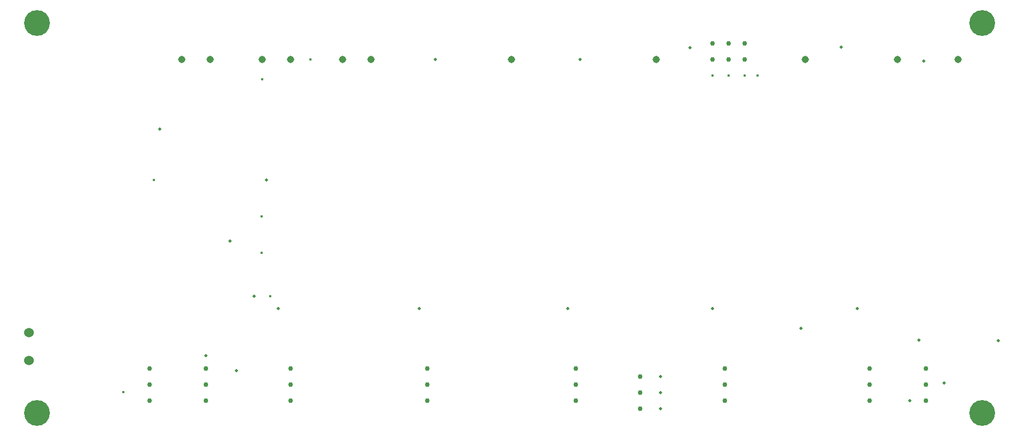
<source format=gbr>
G04 PROTEUS GERBER X2 FILE*
%TF.GenerationSoftware,Labcenter,Proteus,8.7-SP3-Build25561*%
%TF.CreationDate,2021-05-23T19:19:56+00:00*%
%TF.FileFunction,Plated,1,6,PTH*%
%TF.FilePolarity,Positive*%
%TF.Part,Single*%
%TF.SameCoordinates,{bb4e542a-de17-4d2d-b6f0-32913e85bf41}*%
%FSLAX45Y45*%
%MOMM*%
G01*
%TA.AperFunction,ViaDrill*%
%ADD137C,0.508000*%
%ADD138C,0.381000*%
%TA.AperFunction,ComponentDrill*%
%ADD139C,1.524000*%
%ADD140C,1.143000*%
%ADD141C,0.762000*%
%TA.AperFunction,OtherDrill,Unknown*%
%ADD142C,4.064000*%
%TD.AperFunction*%
D137*
X+6858000Y-3556000D03*
X+2921000Y-3175000D03*
X+2921000Y-3429000D03*
X+2921000Y-3683000D03*
D138*
X+4457601Y+1587500D03*
X+4254500Y+1587500D03*
X+4000500Y+1587500D03*
X+3746500Y+1587500D03*
D137*
X+7400945Y-3273445D03*
D138*
X-3379970Y-639428D03*
X-3374955Y-1215192D03*
X-3238500Y-1905000D03*
X-5560983Y-3423705D03*
D137*
X-635000Y+1841500D03*
X+1651000Y+1841500D03*
X+3383781Y+2028052D03*
X+5778500Y+2032000D03*
X+7075312Y+1816100D03*
X-4989352Y+736133D03*
X-3302000Y-63500D03*
X-4254500Y-2844450D03*
X-3777899Y-3079399D03*
X+7003489Y-2602297D03*
X+8255000Y-2603500D03*
X+6032500Y-2095500D03*
X+5143500Y-2413000D03*
X+3746500Y-2095500D03*
X+1460500Y-2095500D03*
X-889000Y-2095500D03*
X-3111500Y-2095500D03*
X-3492500Y-1905000D03*
X-3873500Y-1031366D03*
D138*
X-5080000Y-63500D03*
X-2603500Y+1841500D03*
X-3365500Y+1524000D03*
D139*
X-7048500Y-2476500D03*
X-7048500Y-2921000D03*
D140*
X-2095500Y+1841500D03*
X-1651000Y+1841500D03*
D141*
X-2921000Y-3556000D03*
X-2921000Y-3048000D03*
X-2921000Y-3302000D03*
D140*
X+571500Y+1841500D03*
D141*
X-762000Y-3556000D03*
X-762000Y-3302000D03*
X-762000Y-3048000D03*
X+1587500Y-3302000D03*
X+1587500Y-3556000D03*
X+1587500Y-3048000D03*
D140*
X+2857500Y+1841500D03*
D141*
X+3937000Y-3556000D03*
X+6223000Y-3556000D03*
X+3937000Y-3048000D03*
X+6223000Y-3048000D03*
X+3937000Y-3302000D03*
X+6223000Y-3302000D03*
D140*
X+5207000Y+1841500D03*
X+7620000Y+1841500D03*
D141*
X+7112000Y-3302000D03*
X+7112000Y-3556000D03*
X+7112000Y-3048000D03*
D140*
X+6667500Y+1841500D03*
D141*
X-4254500Y-3556000D03*
D142*
X-6921500Y-3746500D03*
X-6921500Y+2413000D03*
X+8001000Y+2413000D03*
X+8001000Y-3746500D03*
D140*
X-4191000Y+1841500D03*
X-4635500Y+1841500D03*
X-2921000Y+1841500D03*
X-3365500Y+1841500D03*
D141*
X-4254500Y-3048000D03*
X-4254500Y-3302000D03*
X+3746500Y+2095500D03*
X+2603500Y-3175000D03*
X+3746500Y+1841500D03*
X+4000500Y+2095500D03*
X+2603500Y-3429000D03*
X+4000500Y+1841500D03*
X+4254500Y+2095500D03*
X+2603500Y-3683000D03*
X+4254500Y+1841500D03*
X-5143500Y-3048000D03*
X-5143500Y-3302000D03*
X-5143500Y-3556000D03*
M02*

</source>
